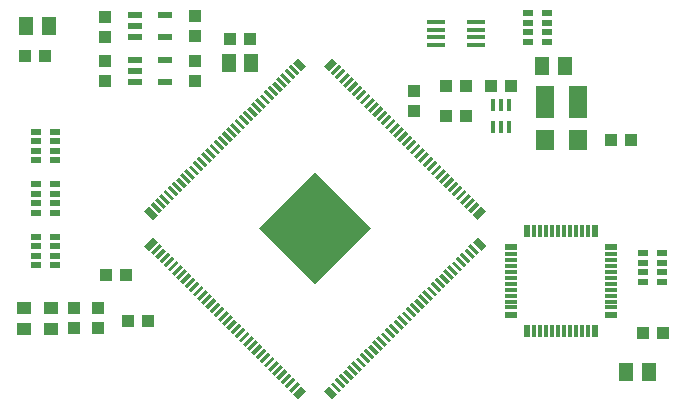
<source format=gtp>
G75*
%MOIN*%
%OFA0B0*%
%FSLAX25Y25*%
%IPPOS*%
%LPD*%
%AMOC8*
5,1,8,0,0,1.08239X$1,22.5*
%
%ADD10R,0.05118X0.05906*%
%ADD11R,0.04331X0.03937*%
%ADD12R,0.06299X0.10630*%
%ADD13R,0.06299X0.07087*%
%ADD14R,0.03937X0.04331*%
%ADD15R,0.03543X0.01969*%
%ADD16R,0.03937X0.02362*%
%ADD17R,0.03937X0.01181*%
%ADD18R,0.02362X0.03937*%
%ADD19R,0.01181X0.03937*%
%ADD20R,0.26378X0.26378*%
%ADD21R,0.01575X0.04134*%
%ADD22R,0.06299X0.01181*%
%ADD23R,0.04724X0.02165*%
%ADD24R,0.05118X0.04331*%
D10*
X0199860Y0128100D03*
X0207340Y0128100D03*
X0102840Y0129100D03*
X0095360Y0129100D03*
X0035340Y0141600D03*
X0027860Y0141600D03*
X0227860Y0026100D03*
X0235340Y0026100D03*
D11*
X0157100Y0113254D03*
X0157100Y0119946D03*
X0182754Y0121600D03*
X0189446Y0121600D03*
X0051600Y0047446D03*
X0051600Y0040754D03*
D12*
X0200588Y0116100D03*
X0211612Y0116100D03*
D13*
X0211612Y0103600D03*
X0200588Y0103600D03*
D14*
X0222754Y0103600D03*
X0229446Y0103600D03*
X0174446Y0111600D03*
X0167754Y0111600D03*
X0167754Y0121600D03*
X0174446Y0121600D03*
X0102446Y0137100D03*
X0095754Y0137100D03*
X0084100Y0138254D03*
X0084100Y0144946D03*
X0084100Y0129946D03*
X0084100Y0123254D03*
X0054100Y0123254D03*
X0054100Y0129946D03*
X0054100Y0137754D03*
X0054100Y0144446D03*
X0033946Y0131600D03*
X0027254Y0131600D03*
X0054254Y0058600D03*
X0060946Y0058600D03*
X0043600Y0047446D03*
X0043600Y0040754D03*
X0061754Y0043100D03*
X0068446Y0043100D03*
X0233254Y0039100D03*
X0239946Y0039100D03*
D15*
X0239750Y0056376D03*
X0239750Y0059525D03*
X0239750Y0062675D03*
X0239750Y0065824D03*
X0233450Y0065824D03*
X0233450Y0062675D03*
X0233450Y0059525D03*
X0233450Y0056376D03*
X0201250Y0136376D03*
X0201250Y0139525D03*
X0201250Y0142675D03*
X0201250Y0145824D03*
X0194950Y0145824D03*
X0194950Y0142675D03*
X0194950Y0139525D03*
X0194950Y0136376D03*
X0037250Y0106324D03*
X0037250Y0103175D03*
X0037250Y0100025D03*
X0037250Y0096876D03*
X0030950Y0096876D03*
X0030950Y0100025D03*
X0030950Y0103175D03*
X0030950Y0106324D03*
X0030950Y0088824D03*
X0030950Y0085675D03*
X0030950Y0082525D03*
X0030950Y0079376D03*
X0037250Y0079376D03*
X0037250Y0082525D03*
X0037250Y0085675D03*
X0037250Y0088824D03*
X0037250Y0071324D03*
X0037250Y0068175D03*
X0037250Y0065025D03*
X0037250Y0061876D03*
X0030950Y0061876D03*
X0030950Y0065025D03*
X0030950Y0068175D03*
X0030950Y0071324D03*
D16*
G36*
X0071623Y0069506D02*
X0068841Y0066724D01*
X0067171Y0068394D01*
X0069953Y0071176D01*
X0071623Y0069506D01*
G37*
G36*
X0121176Y0019953D02*
X0118394Y0017171D01*
X0116724Y0018841D01*
X0119506Y0021623D01*
X0121176Y0019953D01*
G37*
X0189368Y0045183D03*
X0222832Y0045183D03*
X0222832Y0068017D03*
X0189368Y0068017D03*
G36*
X0181029Y0079806D02*
X0178247Y0077024D01*
X0176577Y0078694D01*
X0179359Y0081476D01*
X0181029Y0079806D01*
G37*
G36*
X0131476Y0129359D02*
X0128694Y0126577D01*
X0127024Y0128247D01*
X0129806Y0131029D01*
X0131476Y0129359D01*
G37*
D17*
G36*
X0132868Y0127968D02*
X0130086Y0125186D01*
X0129252Y0126020D01*
X0132034Y0128802D01*
X0132868Y0127968D01*
G37*
G36*
X0134260Y0126576D02*
X0131478Y0123794D01*
X0130644Y0124628D01*
X0133426Y0127410D01*
X0134260Y0126576D01*
G37*
G36*
X0135652Y0125184D02*
X0132870Y0122402D01*
X0132036Y0123236D01*
X0134818Y0126018D01*
X0135652Y0125184D01*
G37*
G36*
X0137044Y0123792D02*
X0134262Y0121010D01*
X0133428Y0121844D01*
X0136210Y0124626D01*
X0137044Y0123792D01*
G37*
G36*
X0138435Y0122400D02*
X0135653Y0119618D01*
X0134819Y0120452D01*
X0137601Y0123234D01*
X0138435Y0122400D01*
G37*
G36*
X0139827Y0121008D02*
X0137045Y0118226D01*
X0136211Y0119060D01*
X0138993Y0121842D01*
X0139827Y0121008D01*
G37*
G36*
X0141219Y0119616D02*
X0138437Y0116834D01*
X0137603Y0117668D01*
X0140385Y0120450D01*
X0141219Y0119616D01*
G37*
G36*
X0142611Y0118224D02*
X0139829Y0115442D01*
X0138995Y0116276D01*
X0141777Y0119058D01*
X0142611Y0118224D01*
G37*
G36*
X0144003Y0116832D02*
X0141221Y0114050D01*
X0140387Y0114884D01*
X0143169Y0117666D01*
X0144003Y0116832D01*
G37*
G36*
X0145395Y0115440D02*
X0142613Y0112658D01*
X0141779Y0113492D01*
X0144561Y0116274D01*
X0145395Y0115440D01*
G37*
G36*
X0146787Y0114048D02*
X0144005Y0111266D01*
X0143171Y0112100D01*
X0145953Y0114882D01*
X0146787Y0114048D01*
G37*
G36*
X0148179Y0112656D02*
X0145397Y0109874D01*
X0144563Y0110708D01*
X0147345Y0113490D01*
X0148179Y0112656D01*
G37*
G36*
X0149571Y0111265D02*
X0146789Y0108483D01*
X0145955Y0109317D01*
X0148737Y0112099D01*
X0149571Y0111265D01*
G37*
G36*
X0150963Y0109873D02*
X0148181Y0107091D01*
X0147347Y0107925D01*
X0150129Y0110707D01*
X0150963Y0109873D01*
G37*
G36*
X0152355Y0108481D02*
X0149573Y0105699D01*
X0148739Y0106533D01*
X0151521Y0109315D01*
X0152355Y0108481D01*
G37*
G36*
X0153747Y0107089D02*
X0150965Y0104307D01*
X0150131Y0105141D01*
X0152913Y0107923D01*
X0153747Y0107089D01*
G37*
G36*
X0155139Y0105697D02*
X0152357Y0102915D01*
X0151523Y0103749D01*
X0154305Y0106531D01*
X0155139Y0105697D01*
G37*
G36*
X0156531Y0104305D02*
X0153749Y0101523D01*
X0152915Y0102357D01*
X0155697Y0105139D01*
X0156531Y0104305D01*
G37*
G36*
X0157923Y0102913D02*
X0155141Y0100131D01*
X0154307Y0100965D01*
X0157089Y0103747D01*
X0157923Y0102913D01*
G37*
G36*
X0159315Y0101521D02*
X0156533Y0098739D01*
X0155699Y0099573D01*
X0158481Y0102355D01*
X0159315Y0101521D01*
G37*
G36*
X0160707Y0100129D02*
X0157925Y0097347D01*
X0157091Y0098181D01*
X0159873Y0100963D01*
X0160707Y0100129D01*
G37*
G36*
X0162099Y0098737D02*
X0159317Y0095955D01*
X0158483Y0096789D01*
X0161265Y0099571D01*
X0162099Y0098737D01*
G37*
G36*
X0163490Y0097345D02*
X0160708Y0094563D01*
X0159874Y0095397D01*
X0162656Y0098179D01*
X0163490Y0097345D01*
G37*
G36*
X0164882Y0095953D02*
X0162100Y0093171D01*
X0161266Y0094005D01*
X0164048Y0096787D01*
X0164882Y0095953D01*
G37*
G36*
X0166274Y0094561D02*
X0163492Y0091779D01*
X0162658Y0092613D01*
X0165440Y0095395D01*
X0166274Y0094561D01*
G37*
G36*
X0167666Y0093169D02*
X0164884Y0090387D01*
X0164050Y0091221D01*
X0166832Y0094003D01*
X0167666Y0093169D01*
G37*
G36*
X0169058Y0091777D02*
X0166276Y0088995D01*
X0165442Y0089829D01*
X0168224Y0092611D01*
X0169058Y0091777D01*
G37*
G36*
X0170450Y0090385D02*
X0167668Y0087603D01*
X0166834Y0088437D01*
X0169616Y0091219D01*
X0170450Y0090385D01*
G37*
G36*
X0171842Y0088993D02*
X0169060Y0086211D01*
X0168226Y0087045D01*
X0171008Y0089827D01*
X0171842Y0088993D01*
G37*
G36*
X0173234Y0087601D02*
X0170452Y0084819D01*
X0169618Y0085653D01*
X0172400Y0088435D01*
X0173234Y0087601D01*
G37*
G36*
X0174626Y0086210D02*
X0171844Y0083428D01*
X0171010Y0084262D01*
X0173792Y0087044D01*
X0174626Y0086210D01*
G37*
G36*
X0176018Y0084818D02*
X0173236Y0082036D01*
X0172402Y0082870D01*
X0175184Y0085652D01*
X0176018Y0084818D01*
G37*
G36*
X0177410Y0083426D02*
X0174628Y0080644D01*
X0173794Y0081478D01*
X0176576Y0084260D01*
X0177410Y0083426D01*
G37*
G36*
X0178802Y0082034D02*
X0176020Y0079252D01*
X0175186Y0080086D01*
X0177968Y0082868D01*
X0178802Y0082034D01*
G37*
X0189368Y0065458D03*
X0189368Y0063490D03*
X0189368Y0061521D03*
X0189368Y0059553D03*
X0189368Y0057584D03*
X0189368Y0055616D03*
X0189368Y0053647D03*
X0189368Y0051679D03*
X0189368Y0049710D03*
X0189368Y0047742D03*
X0222832Y0047742D03*
X0222832Y0049710D03*
X0222832Y0051679D03*
X0222832Y0053647D03*
X0222832Y0055616D03*
X0222832Y0057584D03*
X0222832Y0059553D03*
X0222832Y0061521D03*
X0222832Y0063490D03*
X0222832Y0065458D03*
G36*
X0118948Y0022180D02*
X0116166Y0019398D01*
X0115332Y0020232D01*
X0118114Y0023014D01*
X0118948Y0022180D01*
G37*
G36*
X0117556Y0023572D02*
X0114774Y0020790D01*
X0113940Y0021624D01*
X0116722Y0024406D01*
X0117556Y0023572D01*
G37*
G36*
X0116164Y0024964D02*
X0113382Y0022182D01*
X0112548Y0023016D01*
X0115330Y0025798D01*
X0116164Y0024964D01*
G37*
G36*
X0114772Y0026356D02*
X0111990Y0023574D01*
X0111156Y0024408D01*
X0113938Y0027190D01*
X0114772Y0026356D01*
G37*
G36*
X0113381Y0027748D02*
X0110599Y0024966D01*
X0109765Y0025800D01*
X0112547Y0028582D01*
X0113381Y0027748D01*
G37*
G36*
X0111989Y0029140D02*
X0109207Y0026358D01*
X0108373Y0027192D01*
X0111155Y0029974D01*
X0111989Y0029140D01*
G37*
G36*
X0110597Y0030532D02*
X0107815Y0027750D01*
X0106981Y0028584D01*
X0109763Y0031366D01*
X0110597Y0030532D01*
G37*
G36*
X0109205Y0031924D02*
X0106423Y0029142D01*
X0105589Y0029976D01*
X0108371Y0032758D01*
X0109205Y0031924D01*
G37*
G36*
X0107813Y0033316D02*
X0105031Y0030534D01*
X0104197Y0031368D01*
X0106979Y0034150D01*
X0107813Y0033316D01*
G37*
G36*
X0106421Y0034708D02*
X0103639Y0031926D01*
X0102805Y0032760D01*
X0105587Y0035542D01*
X0106421Y0034708D01*
G37*
G36*
X0105029Y0036100D02*
X0102247Y0033318D01*
X0101413Y0034152D01*
X0104195Y0036934D01*
X0105029Y0036100D01*
G37*
G36*
X0103637Y0037492D02*
X0100855Y0034710D01*
X0100021Y0035544D01*
X0102803Y0038326D01*
X0103637Y0037492D01*
G37*
G36*
X0102245Y0038883D02*
X0099463Y0036101D01*
X0098629Y0036935D01*
X0101411Y0039717D01*
X0102245Y0038883D01*
G37*
G36*
X0100853Y0040275D02*
X0098071Y0037493D01*
X0097237Y0038327D01*
X0100019Y0041109D01*
X0100853Y0040275D01*
G37*
G36*
X0099461Y0041667D02*
X0096679Y0038885D01*
X0095845Y0039719D01*
X0098627Y0042501D01*
X0099461Y0041667D01*
G37*
G36*
X0098069Y0043059D02*
X0095287Y0040277D01*
X0094453Y0041111D01*
X0097235Y0043893D01*
X0098069Y0043059D01*
G37*
G36*
X0096677Y0044451D02*
X0093895Y0041669D01*
X0093061Y0042503D01*
X0095843Y0045285D01*
X0096677Y0044451D01*
G37*
G36*
X0095285Y0045843D02*
X0092503Y0043061D01*
X0091669Y0043895D01*
X0094451Y0046677D01*
X0095285Y0045843D01*
G37*
G36*
X0093893Y0047235D02*
X0091111Y0044453D01*
X0090277Y0045287D01*
X0093059Y0048069D01*
X0093893Y0047235D01*
G37*
G36*
X0092501Y0048627D02*
X0089719Y0045845D01*
X0088885Y0046679D01*
X0091667Y0049461D01*
X0092501Y0048627D01*
G37*
G36*
X0091109Y0050019D02*
X0088327Y0047237D01*
X0087493Y0048071D01*
X0090275Y0050853D01*
X0091109Y0050019D01*
G37*
G36*
X0089717Y0051411D02*
X0086935Y0048629D01*
X0086101Y0049463D01*
X0088883Y0052245D01*
X0089717Y0051411D01*
G37*
G36*
X0088326Y0052803D02*
X0085544Y0050021D01*
X0084710Y0050855D01*
X0087492Y0053637D01*
X0088326Y0052803D01*
G37*
G36*
X0086934Y0054195D02*
X0084152Y0051413D01*
X0083318Y0052247D01*
X0086100Y0055029D01*
X0086934Y0054195D01*
G37*
G36*
X0085542Y0055587D02*
X0082760Y0052805D01*
X0081926Y0053639D01*
X0084708Y0056421D01*
X0085542Y0055587D01*
G37*
G36*
X0084150Y0056979D02*
X0081368Y0054197D01*
X0080534Y0055031D01*
X0083316Y0057813D01*
X0084150Y0056979D01*
G37*
G36*
X0082758Y0058371D02*
X0079976Y0055589D01*
X0079142Y0056423D01*
X0081924Y0059205D01*
X0082758Y0058371D01*
G37*
G36*
X0081366Y0059763D02*
X0078584Y0056981D01*
X0077750Y0057815D01*
X0080532Y0060597D01*
X0081366Y0059763D01*
G37*
G36*
X0079974Y0061155D02*
X0077192Y0058373D01*
X0076358Y0059207D01*
X0079140Y0061989D01*
X0079974Y0061155D01*
G37*
G36*
X0078582Y0062547D02*
X0075800Y0059765D01*
X0074966Y0060599D01*
X0077748Y0063381D01*
X0078582Y0062547D01*
G37*
G36*
X0077190Y0063938D02*
X0074408Y0061156D01*
X0073574Y0061990D01*
X0076356Y0064772D01*
X0077190Y0063938D01*
G37*
G36*
X0075798Y0065330D02*
X0073016Y0062548D01*
X0072182Y0063382D01*
X0074964Y0066164D01*
X0075798Y0065330D01*
G37*
G36*
X0074406Y0066722D02*
X0071624Y0063940D01*
X0070790Y0064774D01*
X0073572Y0067556D01*
X0074406Y0066722D01*
G37*
G36*
X0073014Y0068114D02*
X0070232Y0065332D01*
X0069398Y0066166D01*
X0072180Y0068948D01*
X0073014Y0068114D01*
G37*
D18*
G36*
X0071623Y0078694D02*
X0069953Y0077024D01*
X0067171Y0079806D01*
X0068841Y0081476D01*
X0071623Y0078694D01*
G37*
G36*
X0121176Y0128247D02*
X0119506Y0126577D01*
X0116724Y0129359D01*
X0118394Y0131029D01*
X0121176Y0128247D01*
G37*
X0194683Y0073332D03*
G36*
X0181029Y0068394D02*
X0179359Y0066724D01*
X0176577Y0069506D01*
X0178247Y0071176D01*
X0181029Y0068394D01*
G37*
X0217517Y0073332D03*
X0217517Y0039868D03*
X0194683Y0039868D03*
G36*
X0131476Y0018841D02*
X0129806Y0017171D01*
X0127024Y0019953D01*
X0128694Y0021623D01*
X0131476Y0018841D01*
G37*
D19*
G36*
X0132868Y0020232D02*
X0132034Y0019398D01*
X0129252Y0022180D01*
X0130086Y0023014D01*
X0132868Y0020232D01*
G37*
G36*
X0134260Y0021624D02*
X0133426Y0020790D01*
X0130644Y0023572D01*
X0131478Y0024406D01*
X0134260Y0021624D01*
G37*
G36*
X0135652Y0023016D02*
X0134818Y0022182D01*
X0132036Y0024964D01*
X0132870Y0025798D01*
X0135652Y0023016D01*
G37*
G36*
X0137044Y0024408D02*
X0136210Y0023574D01*
X0133428Y0026356D01*
X0134262Y0027190D01*
X0137044Y0024408D01*
G37*
G36*
X0138435Y0025800D02*
X0137601Y0024966D01*
X0134819Y0027748D01*
X0135653Y0028582D01*
X0138435Y0025800D01*
G37*
G36*
X0139827Y0027192D02*
X0138993Y0026358D01*
X0136211Y0029140D01*
X0137045Y0029974D01*
X0139827Y0027192D01*
G37*
G36*
X0141219Y0028584D02*
X0140385Y0027750D01*
X0137603Y0030532D01*
X0138437Y0031366D01*
X0141219Y0028584D01*
G37*
G36*
X0142611Y0029976D02*
X0141777Y0029142D01*
X0138995Y0031924D01*
X0139829Y0032758D01*
X0142611Y0029976D01*
G37*
G36*
X0144003Y0031368D02*
X0143169Y0030534D01*
X0140387Y0033316D01*
X0141221Y0034150D01*
X0144003Y0031368D01*
G37*
G36*
X0145395Y0032760D02*
X0144561Y0031926D01*
X0141779Y0034708D01*
X0142613Y0035542D01*
X0145395Y0032760D01*
G37*
G36*
X0146787Y0034152D02*
X0145953Y0033318D01*
X0143171Y0036100D01*
X0144005Y0036934D01*
X0146787Y0034152D01*
G37*
G36*
X0148179Y0035544D02*
X0147345Y0034710D01*
X0144563Y0037492D01*
X0145397Y0038326D01*
X0148179Y0035544D01*
G37*
G36*
X0149571Y0036935D02*
X0148737Y0036101D01*
X0145955Y0038883D01*
X0146789Y0039717D01*
X0149571Y0036935D01*
G37*
G36*
X0150963Y0038327D02*
X0150129Y0037493D01*
X0147347Y0040275D01*
X0148181Y0041109D01*
X0150963Y0038327D01*
G37*
G36*
X0152355Y0039719D02*
X0151521Y0038885D01*
X0148739Y0041667D01*
X0149573Y0042501D01*
X0152355Y0039719D01*
G37*
G36*
X0153747Y0041111D02*
X0152913Y0040277D01*
X0150131Y0043059D01*
X0150965Y0043893D01*
X0153747Y0041111D01*
G37*
G36*
X0155139Y0042503D02*
X0154305Y0041669D01*
X0151523Y0044451D01*
X0152357Y0045285D01*
X0155139Y0042503D01*
G37*
G36*
X0156531Y0043895D02*
X0155697Y0043061D01*
X0152915Y0045843D01*
X0153749Y0046677D01*
X0156531Y0043895D01*
G37*
G36*
X0157923Y0045287D02*
X0157089Y0044453D01*
X0154307Y0047235D01*
X0155141Y0048069D01*
X0157923Y0045287D01*
G37*
G36*
X0159315Y0046679D02*
X0158481Y0045845D01*
X0155699Y0048627D01*
X0156533Y0049461D01*
X0159315Y0046679D01*
G37*
G36*
X0160707Y0048071D02*
X0159873Y0047237D01*
X0157091Y0050019D01*
X0157925Y0050853D01*
X0160707Y0048071D01*
G37*
G36*
X0162099Y0049463D02*
X0161265Y0048629D01*
X0158483Y0051411D01*
X0159317Y0052245D01*
X0162099Y0049463D01*
G37*
G36*
X0163490Y0050855D02*
X0162656Y0050021D01*
X0159874Y0052803D01*
X0160708Y0053637D01*
X0163490Y0050855D01*
G37*
G36*
X0164882Y0052247D02*
X0164048Y0051413D01*
X0161266Y0054195D01*
X0162100Y0055029D01*
X0164882Y0052247D01*
G37*
G36*
X0166274Y0053639D02*
X0165440Y0052805D01*
X0162658Y0055587D01*
X0163492Y0056421D01*
X0166274Y0053639D01*
G37*
G36*
X0167666Y0055031D02*
X0166832Y0054197D01*
X0164050Y0056979D01*
X0164884Y0057813D01*
X0167666Y0055031D01*
G37*
G36*
X0169058Y0056423D02*
X0168224Y0055589D01*
X0165442Y0058371D01*
X0166276Y0059205D01*
X0169058Y0056423D01*
G37*
G36*
X0170450Y0057815D02*
X0169616Y0056981D01*
X0166834Y0059763D01*
X0167668Y0060597D01*
X0170450Y0057815D01*
G37*
G36*
X0171842Y0059207D02*
X0171008Y0058373D01*
X0168226Y0061155D01*
X0169060Y0061989D01*
X0171842Y0059207D01*
G37*
G36*
X0173234Y0060599D02*
X0172400Y0059765D01*
X0169618Y0062547D01*
X0170452Y0063381D01*
X0173234Y0060599D01*
G37*
G36*
X0174626Y0061990D02*
X0173792Y0061156D01*
X0171010Y0063938D01*
X0171844Y0064772D01*
X0174626Y0061990D01*
G37*
G36*
X0176018Y0063382D02*
X0175184Y0062548D01*
X0172402Y0065330D01*
X0173236Y0066164D01*
X0176018Y0063382D01*
G37*
G36*
X0177410Y0064774D02*
X0176576Y0063940D01*
X0173794Y0066722D01*
X0174628Y0067556D01*
X0177410Y0064774D01*
G37*
G36*
X0178802Y0066166D02*
X0177968Y0065332D01*
X0175186Y0068114D01*
X0176020Y0068948D01*
X0178802Y0066166D01*
G37*
X0197242Y0073332D03*
X0199210Y0073332D03*
X0201179Y0073332D03*
X0203147Y0073332D03*
X0205116Y0073332D03*
X0207084Y0073332D03*
X0209053Y0073332D03*
X0211021Y0073332D03*
X0212990Y0073332D03*
X0214958Y0073332D03*
X0214958Y0039868D03*
X0212990Y0039868D03*
X0211021Y0039868D03*
X0209053Y0039868D03*
X0207084Y0039868D03*
X0205116Y0039868D03*
X0203147Y0039868D03*
X0201179Y0039868D03*
X0199210Y0039868D03*
X0197242Y0039868D03*
G36*
X0093893Y0100965D02*
X0093059Y0100131D01*
X0090277Y0102913D01*
X0091111Y0103747D01*
X0093893Y0100965D01*
G37*
G36*
X0092501Y0099573D02*
X0091667Y0098739D01*
X0088885Y0101521D01*
X0089719Y0102355D01*
X0092501Y0099573D01*
G37*
G36*
X0091109Y0098181D02*
X0090275Y0097347D01*
X0087493Y0100129D01*
X0088327Y0100963D01*
X0091109Y0098181D01*
G37*
G36*
X0089717Y0096789D02*
X0088883Y0095955D01*
X0086101Y0098737D01*
X0086935Y0099571D01*
X0089717Y0096789D01*
G37*
G36*
X0088326Y0095397D02*
X0087492Y0094563D01*
X0084710Y0097345D01*
X0085544Y0098179D01*
X0088326Y0095397D01*
G37*
G36*
X0086934Y0094005D02*
X0086100Y0093171D01*
X0083318Y0095953D01*
X0084152Y0096787D01*
X0086934Y0094005D01*
G37*
G36*
X0085542Y0092613D02*
X0084708Y0091779D01*
X0081926Y0094561D01*
X0082760Y0095395D01*
X0085542Y0092613D01*
G37*
G36*
X0084150Y0091221D02*
X0083316Y0090387D01*
X0080534Y0093169D01*
X0081368Y0094003D01*
X0084150Y0091221D01*
G37*
G36*
X0082758Y0089829D02*
X0081924Y0088995D01*
X0079142Y0091777D01*
X0079976Y0092611D01*
X0082758Y0089829D01*
G37*
G36*
X0081366Y0088437D02*
X0080532Y0087603D01*
X0077750Y0090385D01*
X0078584Y0091219D01*
X0081366Y0088437D01*
G37*
G36*
X0079974Y0087045D02*
X0079140Y0086211D01*
X0076358Y0088993D01*
X0077192Y0089827D01*
X0079974Y0087045D01*
G37*
G36*
X0078582Y0085653D02*
X0077748Y0084819D01*
X0074966Y0087601D01*
X0075800Y0088435D01*
X0078582Y0085653D01*
G37*
G36*
X0077190Y0084262D02*
X0076356Y0083428D01*
X0073574Y0086210D01*
X0074408Y0087044D01*
X0077190Y0084262D01*
G37*
G36*
X0075798Y0082870D02*
X0074964Y0082036D01*
X0072182Y0084818D01*
X0073016Y0085652D01*
X0075798Y0082870D01*
G37*
G36*
X0074406Y0081478D02*
X0073572Y0080644D01*
X0070790Y0083426D01*
X0071624Y0084260D01*
X0074406Y0081478D01*
G37*
G36*
X0073014Y0080086D02*
X0072180Y0079252D01*
X0069398Y0082034D01*
X0070232Y0082868D01*
X0073014Y0080086D01*
G37*
G36*
X0095285Y0102357D02*
X0094451Y0101523D01*
X0091669Y0104305D01*
X0092503Y0105139D01*
X0095285Y0102357D01*
G37*
G36*
X0096677Y0103749D02*
X0095843Y0102915D01*
X0093061Y0105697D01*
X0093895Y0106531D01*
X0096677Y0103749D01*
G37*
G36*
X0098069Y0105141D02*
X0097235Y0104307D01*
X0094453Y0107089D01*
X0095287Y0107923D01*
X0098069Y0105141D01*
G37*
G36*
X0099461Y0106533D02*
X0098627Y0105699D01*
X0095845Y0108481D01*
X0096679Y0109315D01*
X0099461Y0106533D01*
G37*
G36*
X0100853Y0107925D02*
X0100019Y0107091D01*
X0097237Y0109873D01*
X0098071Y0110707D01*
X0100853Y0107925D01*
G37*
G36*
X0102245Y0109317D02*
X0101411Y0108483D01*
X0098629Y0111265D01*
X0099463Y0112099D01*
X0102245Y0109317D01*
G37*
G36*
X0103637Y0110708D02*
X0102803Y0109874D01*
X0100021Y0112656D01*
X0100855Y0113490D01*
X0103637Y0110708D01*
G37*
G36*
X0105029Y0112100D02*
X0104195Y0111266D01*
X0101413Y0114048D01*
X0102247Y0114882D01*
X0105029Y0112100D01*
G37*
G36*
X0106421Y0113492D02*
X0105587Y0112658D01*
X0102805Y0115440D01*
X0103639Y0116274D01*
X0106421Y0113492D01*
G37*
G36*
X0107813Y0114884D02*
X0106979Y0114050D01*
X0104197Y0116832D01*
X0105031Y0117666D01*
X0107813Y0114884D01*
G37*
G36*
X0109205Y0116276D02*
X0108371Y0115442D01*
X0105589Y0118224D01*
X0106423Y0119058D01*
X0109205Y0116276D01*
G37*
G36*
X0110597Y0117668D02*
X0109763Y0116834D01*
X0106981Y0119616D01*
X0107815Y0120450D01*
X0110597Y0117668D01*
G37*
G36*
X0111989Y0119060D02*
X0111155Y0118226D01*
X0108373Y0121008D01*
X0109207Y0121842D01*
X0111989Y0119060D01*
G37*
G36*
X0113381Y0120452D02*
X0112547Y0119618D01*
X0109765Y0122400D01*
X0110599Y0123234D01*
X0113381Y0120452D01*
G37*
G36*
X0114772Y0121844D02*
X0113938Y0121010D01*
X0111156Y0123792D01*
X0111990Y0124626D01*
X0114772Y0121844D01*
G37*
G36*
X0116164Y0123236D02*
X0115330Y0122402D01*
X0112548Y0125184D01*
X0113382Y0126018D01*
X0116164Y0123236D01*
G37*
G36*
X0117556Y0124628D02*
X0116722Y0123794D01*
X0113940Y0126576D01*
X0114774Y0127410D01*
X0117556Y0124628D01*
G37*
G36*
X0118948Y0126020D02*
X0118114Y0125186D01*
X0115332Y0127968D01*
X0116166Y0128802D01*
X0118948Y0126020D01*
G37*
D20*
G36*
X0142752Y0074100D02*
X0124100Y0055448D01*
X0105448Y0074100D01*
X0124100Y0092752D01*
X0142752Y0074100D01*
G37*
D21*
X0183541Y0107958D03*
X0186100Y0107958D03*
X0188659Y0107958D03*
X0188659Y0115242D03*
X0186100Y0115242D03*
X0183541Y0115242D03*
D22*
X0177793Y0135261D03*
X0177793Y0137820D03*
X0177793Y0140380D03*
X0177793Y0142939D03*
X0164407Y0142939D03*
X0164407Y0140380D03*
X0164407Y0137820D03*
X0164407Y0135261D03*
D23*
X0074219Y0137860D03*
X0074219Y0130340D03*
X0063981Y0130340D03*
X0063981Y0126600D03*
X0063981Y0122860D03*
X0074219Y0122860D03*
X0063981Y0137860D03*
X0063981Y0141600D03*
X0063981Y0145340D03*
X0074219Y0145340D03*
D24*
X0027072Y0040557D03*
X0036128Y0040557D03*
X0036128Y0047643D03*
X0027072Y0047643D03*
M02*

</source>
